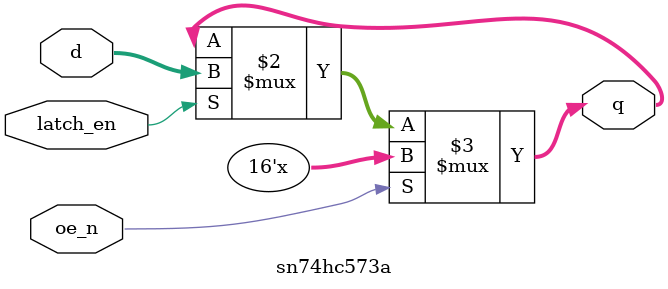
<source format=v>
/*------------------------------------------------------------------------------
--  SNx4HC573A Octal Transparent D-Type Latches With 3-State Outputs
--  Verilog Behavioral Model
------------------------------------------------------------------------------*/
module sn74hc573a (
  input  wire        oe_n    ,
  input  wire        latch_en,
  input  wire [15:0] d       ,
  output wire [15:0] q
);

  assign q = ~oe_n ? latch_en ? d : q : 16'bz;

endmodule
</source>
